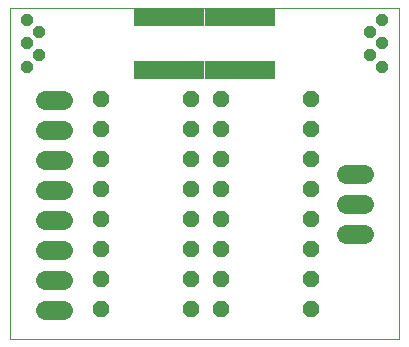
<source format=gbs>
G75*
%MOIN*%
%OFA0B0*%
%FSLAX24Y24*%
%IPPOS*%
%LPD*%
%AMOC8*
5,1,8,0,0,1.08239X$1,22.5*
%
%ADD10C,0.0000*%
%ADD11R,0.2362X0.0591*%
%ADD12C,0.0640*%
%ADD13OC8,0.0560*%
%ADD14OC8,0.0396*%
D10*
X000100Y000133D02*
X000100Y011169D01*
X013088Y011169D01*
X013088Y000133D01*
X000100Y000133D01*
D11*
X005415Y009090D03*
X005415Y010862D03*
X007769Y010862D03*
X007769Y009090D03*
D12*
X011300Y005633D02*
X011900Y005633D01*
X011900Y004633D02*
X011300Y004633D01*
X011300Y003633D02*
X011900Y003633D01*
X001888Y004082D02*
X001288Y004082D01*
X001288Y003082D02*
X001888Y003082D01*
X001888Y002082D02*
X001288Y002082D01*
X001288Y001082D02*
X001888Y001082D01*
X001888Y005082D02*
X001288Y005082D01*
X001288Y006082D02*
X001888Y006082D01*
X001888Y007082D02*
X001288Y007082D01*
X001288Y008082D02*
X001888Y008082D01*
D13*
X003151Y008122D03*
X003151Y007122D03*
X003151Y006122D03*
X003151Y005122D03*
X003151Y004122D03*
X003151Y003122D03*
X003151Y002122D03*
X003151Y001122D03*
X006151Y001122D03*
X007151Y001122D03*
X007151Y002122D03*
X006151Y002122D03*
X006151Y003122D03*
X007151Y003122D03*
X007151Y004122D03*
X006151Y004122D03*
X006151Y005122D03*
X007151Y005122D03*
X007151Y006122D03*
X006151Y006122D03*
X006151Y007122D03*
X007151Y007122D03*
X007151Y008122D03*
X006151Y008122D03*
X010151Y008122D03*
X010151Y007122D03*
X010151Y006122D03*
X010151Y005122D03*
X010151Y004122D03*
X010151Y003122D03*
X010151Y002122D03*
X010151Y001122D03*
D14*
X012502Y009188D03*
X012108Y009582D03*
X012502Y009976D03*
X012108Y010370D03*
X012502Y010763D03*
X001084Y010370D03*
X000691Y010763D03*
X000691Y009976D03*
X001084Y009582D03*
X000691Y009188D03*
M02*

</source>
